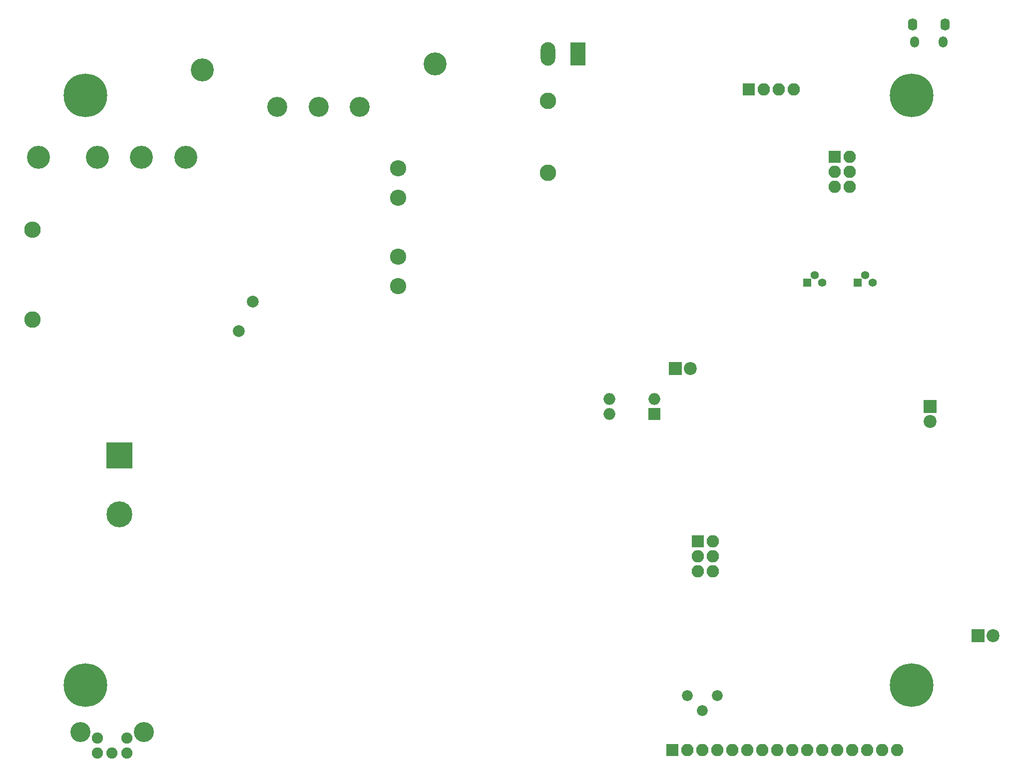
<source format=gbr>
G04 #@! TF.FileFunction,Soldermask,Bot*
%FSLAX46Y46*%
G04 Gerber Fmt 4.6, Leading zero omitted, Abs format (unit mm)*
G04 Created by KiCad (PCBNEW 4.0.6) date Fri Jun  2 22:43:18 2017*
%MOMM*%
%LPD*%
G01*
G04 APERTURE LIST*
%ADD10C,0.100000*%
%ADD11C,3.900000*%
%ADD12C,3.400000*%
%ADD13R,4.400000X4.400000*%
%ADD14C,4.400000*%
%ADD15R,2.200000X2.200000*%
%ADD16C,2.200000*%
%ADD17R,2.100000X2.100000*%
%ADD18O,2.100000X2.100000*%
%ADD19C,2.750000*%
%ADD20R,2.500000X4.000000*%
%ADD21O,2.500000X4.000000*%
%ADD22O,1.500000X1.900000*%
%ADD23O,1.600000X2.100000*%
%ADD24C,2.800000*%
%ADD25C,1.400000*%
%ADD26R,1.400000X1.400000*%
%ADD27O,2.800000X2.800000*%
%ADD28C,2.000000*%
%ADD29C,1.840000*%
%ADD30R,2.000000X2.000000*%
%ADD31O,2.000000X2.000000*%
%ADD32C,1.900000*%
%ADD33C,7.400000*%
%ADD34C,1.000000*%
G04 APERTURE END LIST*
D10*
D11*
X94250000Y-37700000D03*
D12*
X107000000Y-44000000D03*
X114000000Y-44000000D03*
X121000000Y-44000000D03*
D11*
X133750000Y-36700000D03*
D13*
X80264000Y-103030000D03*
D14*
X80264000Y-113030000D03*
D15*
X225806000Y-133604000D03*
D16*
X228346000Y-133604000D03*
D11*
X91500000Y-52500000D03*
X84000000Y-52500000D03*
X76500000Y-52500000D03*
X66500000Y-52500000D03*
D15*
X174505000Y-88352500D03*
D16*
X177045000Y-88352500D03*
D15*
X217678000Y-94742000D03*
D16*
X217678000Y-97282000D03*
D17*
X173980000Y-153000000D03*
D18*
X176520000Y-153000000D03*
X179060000Y-153000000D03*
X181600000Y-153000000D03*
X184140000Y-153000000D03*
X186680000Y-153000000D03*
X189220000Y-153000000D03*
X191760000Y-153000000D03*
X194300000Y-153000000D03*
X196840000Y-153000000D03*
X199380000Y-153000000D03*
X201920000Y-153000000D03*
X204460000Y-153000000D03*
X207000000Y-153000000D03*
X209540000Y-153000000D03*
X212080000Y-153000000D03*
D19*
X127508000Y-59342000D03*
X127508000Y-54342000D03*
X127508000Y-69342000D03*
X127508000Y-74342000D03*
D20*
X158000000Y-35000000D03*
D21*
X152920000Y-35000000D03*
D17*
X178308000Y-117602000D03*
D18*
X180848000Y-117602000D03*
X178308000Y-120142000D03*
X180848000Y-120142000D03*
X178308000Y-122682000D03*
X180848000Y-122682000D03*
D22*
X219840000Y-33000000D03*
X215000000Y-33000000D03*
D23*
X220150000Y-30000000D03*
X214690000Y-30000000D03*
D17*
X201460000Y-52460000D03*
D18*
X204000000Y-52460000D03*
X201460000Y-55000000D03*
X204000000Y-55000000D03*
X201460000Y-57540000D03*
X204000000Y-57540000D03*
D17*
X186920000Y-41000000D03*
D18*
X189460000Y-41000000D03*
X192000000Y-41000000D03*
X194540000Y-41000000D03*
D24*
X152908000Y-42918000D03*
X152908000Y-55118000D03*
D25*
X206648000Y-72530000D03*
X207918000Y-73800000D03*
D26*
X205378000Y-73800000D03*
D25*
X198108000Y-72530000D03*
X199378000Y-73800000D03*
D26*
X196838000Y-73800000D03*
D24*
X65532000Y-80010000D03*
D27*
X65532000Y-64770000D03*
D28*
X100500000Y-82000000D03*
X102800000Y-77000000D03*
D29*
X181610000Y-143764000D03*
X179070000Y-146304000D03*
X176530000Y-143764000D03*
D30*
X170942000Y-96012000D03*
D31*
X163322000Y-93472000D03*
X170942000Y-93472000D03*
X163322000Y-96012000D03*
D32*
X76500000Y-151000000D03*
X81500000Y-151000000D03*
X76500000Y-153500000D03*
X79000000Y-153500000D03*
X81500000Y-153500000D03*
D12*
X73600000Y-150000000D03*
X84400000Y-150000000D03*
D33*
X74500000Y-42000000D03*
D34*
X77125000Y-42000000D03*
X76356155Y-43856155D03*
X74500000Y-44625000D03*
X72643845Y-43856155D03*
X71875000Y-42000000D03*
X72643845Y-40143845D03*
X74500000Y-39375000D03*
X76356155Y-40143845D03*
D33*
X74500000Y-142000000D03*
D34*
X77125000Y-142000000D03*
X76356155Y-143856155D03*
X74500000Y-144625000D03*
X72643845Y-143856155D03*
X71875000Y-142000000D03*
X72643845Y-140143845D03*
X74500000Y-139375000D03*
X76356155Y-140143845D03*
D33*
X214500000Y-42000000D03*
D34*
X217125000Y-42000000D03*
X216356155Y-43856155D03*
X214500000Y-44625000D03*
X212643845Y-43856155D03*
X211875000Y-42000000D03*
X212643845Y-40143845D03*
X214500000Y-39375000D03*
X216356155Y-40143845D03*
D33*
X214500000Y-142000000D03*
D34*
X217125000Y-142000000D03*
X216356155Y-143856155D03*
X214500000Y-144625000D03*
X212643845Y-143856155D03*
X211875000Y-142000000D03*
X212643845Y-140143845D03*
X214500000Y-139375000D03*
X216356155Y-140143845D03*
M02*

</source>
